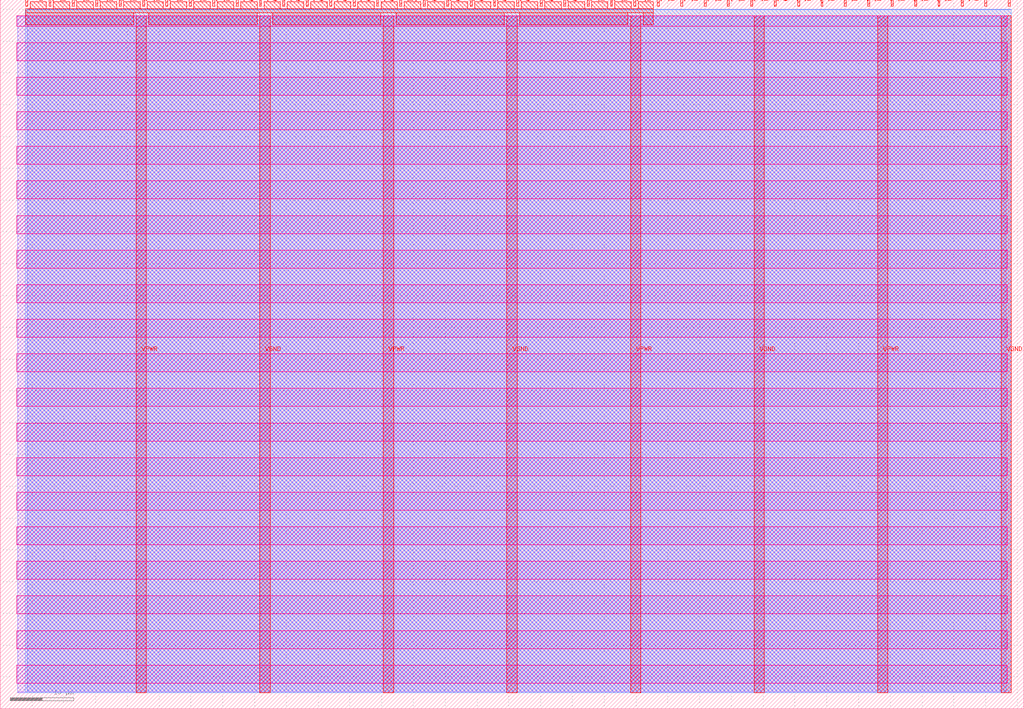
<source format=lef>
VERSION 5.7 ;
  NOWIREEXTENSIONATPIN ON ;
  DIVIDERCHAR "/" ;
  BUSBITCHARS "[]" ;
MACRO tt_um_S2P
  CLASS BLOCK ;
  FOREIGN tt_um_S2P ;
  ORIGIN 0.000 0.000 ;
  SIZE 161.000 BY 111.520 ;
  PIN VGND
    DIRECTION INOUT ;
    USE GROUND ;
    PORT
      LAYER met4 ;
        RECT 40.830 2.480 42.430 109.040 ;
    END
    PORT
      LAYER met4 ;
        RECT 79.700 2.480 81.300 109.040 ;
    END
    PORT
      LAYER met4 ;
        RECT 118.570 2.480 120.170 109.040 ;
    END
    PORT
      LAYER met4 ;
        RECT 157.440 2.480 159.040 109.040 ;
    END
  END VGND
  PIN VPWR
    DIRECTION INOUT ;
    USE POWER ;
    PORT
      LAYER met4 ;
        RECT 21.395 2.480 22.995 109.040 ;
    END
    PORT
      LAYER met4 ;
        RECT 60.265 2.480 61.865 109.040 ;
    END
    PORT
      LAYER met4 ;
        RECT 99.135 2.480 100.735 109.040 ;
    END
    PORT
      LAYER met4 ;
        RECT 138.005 2.480 139.605 109.040 ;
    END
  END VPWR
  PIN clk
    DIRECTION INPUT ;
    USE SIGNAL ;
    PORT
      LAYER met4 ;
        RECT 154.870 110.520 155.170 111.520 ;
    END
  END clk
  PIN ena
    DIRECTION INPUT ;
    USE SIGNAL ;
    PORT
      LAYER met4 ;
        RECT 158.550 110.520 158.850 111.520 ;
    END
  END ena
  PIN rst_n
    DIRECTION INPUT ;
    USE SIGNAL ;
    PORT
      LAYER met4 ;
        RECT 151.190 110.520 151.490 111.520 ;
    END
  END rst_n
  PIN ui_in[0]
    DIRECTION INPUT ;
    USE SIGNAL ;
    PORT
      LAYER met4 ;
        RECT 147.510 110.520 147.810 111.520 ;
    END
  END ui_in[0]
  PIN ui_in[1]
    DIRECTION INPUT ;
    USE SIGNAL ;
    PORT
      LAYER met4 ;
        RECT 143.830 110.520 144.130 111.520 ;
    END
  END ui_in[1]
  PIN ui_in[2]
    DIRECTION INPUT ;
    USE SIGNAL ;
    PORT
      LAYER met4 ;
        RECT 140.150 110.520 140.450 111.520 ;
    END
  END ui_in[2]
  PIN ui_in[3]
    DIRECTION INPUT ;
    USE SIGNAL ;
    PORT
      LAYER met4 ;
        RECT 136.470 110.520 136.770 111.520 ;
    END
  END ui_in[3]
  PIN ui_in[4]
    DIRECTION INPUT ;
    USE SIGNAL ;
    PORT
      LAYER met4 ;
        RECT 132.790 110.520 133.090 111.520 ;
    END
  END ui_in[4]
  PIN ui_in[5]
    DIRECTION INPUT ;
    USE SIGNAL ;
    PORT
      LAYER met4 ;
        RECT 129.110 110.520 129.410 111.520 ;
    END
  END ui_in[5]
  PIN ui_in[6]
    DIRECTION INPUT ;
    USE SIGNAL ;
    PORT
      LAYER met4 ;
        RECT 125.430 110.520 125.730 111.520 ;
    END
  END ui_in[6]
  PIN ui_in[7]
    DIRECTION INPUT ;
    USE SIGNAL ;
    PORT
      LAYER met4 ;
        RECT 121.750 110.520 122.050 111.520 ;
    END
  END ui_in[7]
  PIN uio_in[0]
    DIRECTION INPUT ;
    USE SIGNAL ;
    PORT
      LAYER met4 ;
        RECT 118.070 110.520 118.370 111.520 ;
    END
  END uio_in[0]
  PIN uio_in[1]
    DIRECTION INPUT ;
    USE SIGNAL ;
    PORT
      LAYER met4 ;
        RECT 114.390 110.520 114.690 111.520 ;
    END
  END uio_in[1]
  PIN uio_in[2]
    DIRECTION INPUT ;
    USE SIGNAL ;
    PORT
      LAYER met4 ;
        RECT 110.710 110.520 111.010 111.520 ;
    END
  END uio_in[2]
  PIN uio_in[3]
    DIRECTION INPUT ;
    USE SIGNAL ;
    PORT
      LAYER met4 ;
        RECT 107.030 110.520 107.330 111.520 ;
    END
  END uio_in[3]
  PIN uio_in[4]
    DIRECTION INPUT ;
    USE SIGNAL ;
    PORT
      LAYER met4 ;
        RECT 103.350 110.520 103.650 111.520 ;
    END
  END uio_in[4]
  PIN uio_in[5]
    DIRECTION INPUT ;
    USE SIGNAL ;
    ANTENNAGATEAREA 0.196500 ;
    PORT
      LAYER met4 ;
        RECT 99.670 110.520 99.970 111.520 ;
    END
  END uio_in[5]
  PIN uio_in[6]
    DIRECTION INPUT ;
    USE SIGNAL ;
    ANTENNAGATEAREA 0.213000 ;
    PORT
      LAYER met4 ;
        RECT 95.990 110.520 96.290 111.520 ;
    END
  END uio_in[6]
  PIN uio_in[7]
    DIRECTION INPUT ;
    USE SIGNAL ;
    ANTENNAGATEAREA 0.196500 ;
    PORT
      LAYER met4 ;
        RECT 92.310 110.520 92.610 111.520 ;
    END
  END uio_in[7]
  PIN uio_oe[0]
    DIRECTION OUTPUT TRISTATE ;
    USE SIGNAL ;
    PORT
      LAYER met4 ;
        RECT 29.750 110.520 30.050 111.520 ;
    END
  END uio_oe[0]
  PIN uio_oe[1]
    DIRECTION OUTPUT TRISTATE ;
    USE SIGNAL ;
    PORT
      LAYER met4 ;
        RECT 26.070 110.520 26.370 111.520 ;
    END
  END uio_oe[1]
  PIN uio_oe[2]
    DIRECTION OUTPUT TRISTATE ;
    USE SIGNAL ;
    PORT
      LAYER met4 ;
        RECT 22.390 110.520 22.690 111.520 ;
    END
  END uio_oe[2]
  PIN uio_oe[3]
    DIRECTION OUTPUT TRISTATE ;
    USE SIGNAL ;
    PORT
      LAYER met4 ;
        RECT 18.710 110.520 19.010 111.520 ;
    END
  END uio_oe[3]
  PIN uio_oe[4]
    DIRECTION OUTPUT TRISTATE ;
    USE SIGNAL ;
    PORT
      LAYER met4 ;
        RECT 15.030 110.520 15.330 111.520 ;
    END
  END uio_oe[4]
  PIN uio_oe[5]
    DIRECTION OUTPUT TRISTATE ;
    USE SIGNAL ;
    PORT
      LAYER met4 ;
        RECT 11.350 110.520 11.650 111.520 ;
    END
  END uio_oe[5]
  PIN uio_oe[6]
    DIRECTION OUTPUT TRISTATE ;
    USE SIGNAL ;
    PORT
      LAYER met4 ;
        RECT 7.670 110.520 7.970 111.520 ;
    END
  END uio_oe[6]
  PIN uio_oe[7]
    DIRECTION OUTPUT TRISTATE ;
    USE SIGNAL ;
    PORT
      LAYER met4 ;
        RECT 3.990 110.520 4.290 111.520 ;
    END
  END uio_oe[7]
  PIN uio_out[0]
    DIRECTION OUTPUT TRISTATE ;
    USE SIGNAL ;
    ANTENNAGATEAREA 0.126000 ;
    ANTENNADIFFAREA 0.891000 ;
    PORT
      LAYER met4 ;
        RECT 59.190 110.520 59.490 111.520 ;
    END
  END uio_out[0]
  PIN uio_out[1]
    DIRECTION OUTPUT TRISTATE ;
    USE SIGNAL ;
    ANTENNAGATEAREA 0.126000 ;
    ANTENNADIFFAREA 0.891000 ;
    PORT
      LAYER met4 ;
        RECT 55.510 110.520 55.810 111.520 ;
    END
  END uio_out[1]
  PIN uio_out[2]
    DIRECTION OUTPUT TRISTATE ;
    USE SIGNAL ;
    ANTENNAGATEAREA 0.126000 ;
    ANTENNADIFFAREA 0.891000 ;
    PORT
      LAYER met4 ;
        RECT 51.830 110.520 52.130 111.520 ;
    END
  END uio_out[2]
  PIN uio_out[3]
    DIRECTION OUTPUT TRISTATE ;
    USE SIGNAL ;
    ANTENNADIFFAREA 0.891000 ;
    PORT
      LAYER met4 ;
        RECT 48.150 110.520 48.450 111.520 ;
    END
  END uio_out[3]
  PIN uio_out[4]
    DIRECTION OUTPUT TRISTATE ;
    USE SIGNAL ;
    PORT
      LAYER met4 ;
        RECT 44.470 110.520 44.770 111.520 ;
    END
  END uio_out[4]
  PIN uio_out[5]
    DIRECTION OUTPUT TRISTATE ;
    USE SIGNAL ;
    PORT
      LAYER met4 ;
        RECT 40.790 110.520 41.090 111.520 ;
    END
  END uio_out[5]
  PIN uio_out[6]
    DIRECTION OUTPUT TRISTATE ;
    USE SIGNAL ;
    PORT
      LAYER met4 ;
        RECT 37.110 110.520 37.410 111.520 ;
    END
  END uio_out[6]
  PIN uio_out[7]
    DIRECTION OUTPUT TRISTATE ;
    USE SIGNAL ;
    PORT
      LAYER met4 ;
        RECT 33.430 110.520 33.730 111.520 ;
    END
  END uio_out[7]
  PIN uo_out[0]
    DIRECTION OUTPUT TRISTATE ;
    USE SIGNAL ;
    PORT
      LAYER met4 ;
        RECT 88.630 110.520 88.930 111.520 ;
    END
  END uo_out[0]
  PIN uo_out[1]
    DIRECTION OUTPUT TRISTATE ;
    USE SIGNAL ;
    PORT
      LAYER met4 ;
        RECT 84.950 110.520 85.250 111.520 ;
    END
  END uo_out[1]
  PIN uo_out[2]
    DIRECTION OUTPUT TRISTATE ;
    USE SIGNAL ;
    PORT
      LAYER met4 ;
        RECT 81.270 110.520 81.570 111.520 ;
    END
  END uo_out[2]
  PIN uo_out[3]
    DIRECTION OUTPUT TRISTATE ;
    USE SIGNAL ;
    PORT
      LAYER met4 ;
        RECT 77.590 110.520 77.890 111.520 ;
    END
  END uo_out[3]
  PIN uo_out[4]
    DIRECTION OUTPUT TRISTATE ;
    USE SIGNAL ;
    PORT
      LAYER met4 ;
        RECT 73.910 110.520 74.210 111.520 ;
    END
  END uo_out[4]
  PIN uo_out[5]
    DIRECTION OUTPUT TRISTATE ;
    USE SIGNAL ;
    PORT
      LAYER met4 ;
        RECT 70.230 110.520 70.530 111.520 ;
    END
  END uo_out[5]
  PIN uo_out[6]
    DIRECTION OUTPUT TRISTATE ;
    USE SIGNAL ;
    PORT
      LAYER met4 ;
        RECT 66.550 110.520 66.850 111.520 ;
    END
  END uo_out[6]
  PIN uo_out[7]
    DIRECTION OUTPUT TRISTATE ;
    USE SIGNAL ;
    PORT
      LAYER met4 ;
        RECT 62.870 110.520 63.170 111.520 ;
    END
  END uo_out[7]
  OBS
      LAYER nwell ;
        RECT 2.570 107.385 158.430 108.990 ;
        RECT 2.570 101.945 158.430 104.775 ;
        RECT 2.570 96.505 158.430 99.335 ;
        RECT 2.570 91.065 158.430 93.895 ;
        RECT 2.570 85.625 158.430 88.455 ;
        RECT 2.570 80.185 158.430 83.015 ;
        RECT 2.570 74.745 158.430 77.575 ;
        RECT 2.570 69.305 158.430 72.135 ;
        RECT 2.570 63.865 158.430 66.695 ;
        RECT 2.570 58.425 158.430 61.255 ;
        RECT 2.570 52.985 158.430 55.815 ;
        RECT 2.570 47.545 158.430 50.375 ;
        RECT 2.570 42.105 158.430 44.935 ;
        RECT 2.570 36.665 158.430 39.495 ;
        RECT 2.570 31.225 158.430 34.055 ;
        RECT 2.570 25.785 158.430 28.615 ;
        RECT 2.570 20.345 158.430 23.175 ;
        RECT 2.570 14.905 158.430 17.735 ;
        RECT 2.570 9.465 158.430 12.295 ;
        RECT 2.570 4.025 158.430 6.855 ;
      LAYER li1 ;
        RECT 2.760 2.635 158.240 108.885 ;
      LAYER met1 ;
        RECT 2.760 2.480 159.040 109.040 ;
      LAYER met2 ;
        RECT 4.230 2.535 159.010 110.005 ;
      LAYER met3 ;
        RECT 3.950 2.555 159.030 109.985 ;
      LAYER met4 ;
        RECT 4.690 110.120 7.270 111.170 ;
        RECT 8.370 110.120 10.950 111.170 ;
        RECT 12.050 110.120 14.630 111.170 ;
        RECT 15.730 110.120 18.310 111.170 ;
        RECT 19.410 110.120 21.990 111.170 ;
        RECT 23.090 110.120 25.670 111.170 ;
        RECT 26.770 110.120 29.350 111.170 ;
        RECT 30.450 110.120 33.030 111.170 ;
        RECT 34.130 110.120 36.710 111.170 ;
        RECT 37.810 110.120 40.390 111.170 ;
        RECT 41.490 110.120 44.070 111.170 ;
        RECT 45.170 110.120 47.750 111.170 ;
        RECT 48.850 110.120 51.430 111.170 ;
        RECT 52.530 110.120 55.110 111.170 ;
        RECT 56.210 110.120 58.790 111.170 ;
        RECT 59.890 110.120 62.470 111.170 ;
        RECT 63.570 110.120 66.150 111.170 ;
        RECT 67.250 110.120 69.830 111.170 ;
        RECT 70.930 110.120 73.510 111.170 ;
        RECT 74.610 110.120 77.190 111.170 ;
        RECT 78.290 110.120 80.870 111.170 ;
        RECT 81.970 110.120 84.550 111.170 ;
        RECT 85.650 110.120 88.230 111.170 ;
        RECT 89.330 110.120 91.910 111.170 ;
        RECT 93.010 110.120 95.590 111.170 ;
        RECT 96.690 110.120 99.270 111.170 ;
        RECT 100.370 110.120 102.745 111.170 ;
        RECT 3.975 109.440 102.745 110.120 ;
        RECT 3.975 107.615 20.995 109.440 ;
        RECT 23.395 107.615 40.430 109.440 ;
        RECT 42.830 107.615 59.865 109.440 ;
        RECT 62.265 107.615 79.300 109.440 ;
        RECT 81.700 107.615 98.735 109.440 ;
        RECT 101.135 107.615 102.745 109.440 ;
  END
END tt_um_S2P
END LIBRARY


</source>
